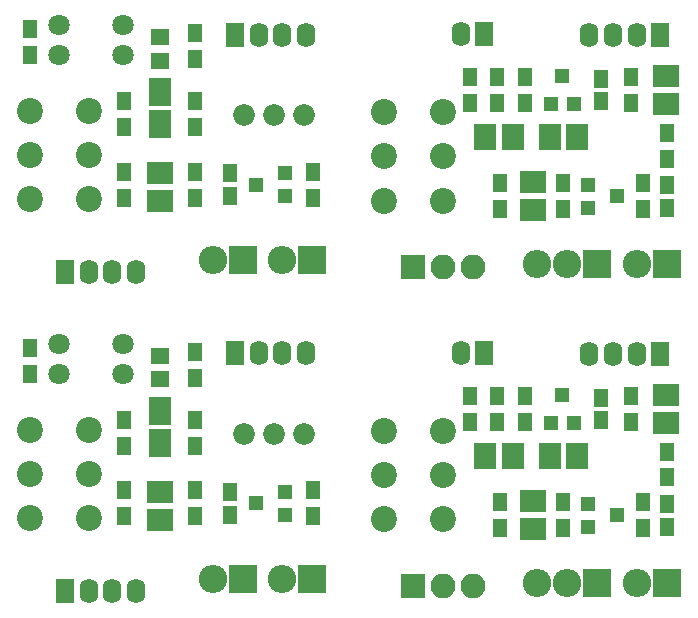
<source format=gts>
%MOIN*%
%OFA0B0*%
%FSLAX46Y46*%
%IPPOS*%
%LPD*%
%ADD10C,0.0039370078740157488*%
%ADD11R,0.051181102362204731X0.062992125984251982*%
%ADD12C,0.086614173228346469*%
%ADD13R,0.062992125984251982X0.082677165354330714*%
%ADD14O,0.062992125984251982X0.082677165354330714*%
%ADD15O,0.094448031496063X0.094448031496063*%
%ADD16R,0.094448031496063X0.094448031496063*%
%ADD17C,0.070866141732283464*%
%ADD18C,0.072440944881889777*%
%ADD19R,0.0452755905511811X0.062992125984251982*%
%ADD20R,0.051181102362204731X0.047244094488188976*%
%ADD21R,0.064960629921259838X0.055118110236220472*%
%ADD22R,0.074848031496062992X0.092548031496063*%
%ADD23R,0.086648031496063X0.076748031496062991*%
%ADD34C,0.0039370078740157488*%
%ADD35R,0.0452755905511811X0.062992125984251982*%
%ADD36R,0.051181102362204731X0.047244094488188976*%
%ADD37R,0.076748031496062991X0.086648031496063*%
%ADD38C,0.086614173228346469*%
%ADD39O,0.094448031496063X0.094448031496063*%
%ADD40R,0.094448031496063X0.094448031496063*%
%ADD41R,0.062992125984251982X0.082677165354330714*%
%ADD42O,0.062992125984251982X0.082677165354330714*%
%ADD43R,0.047244094488188976X0.051181102362204731*%
%ADD44R,0.051181102362204731X0.062992125984251982*%
%ADD45R,0.086648031496063X0.076748031496062991*%
%ADD46R,0.082677165354330714X0.082677165354330714*%
%ADD47O,0.082677165354330714X0.082677165354330714*%
%ADD48C,0.0039370078740157488*%
%ADD49R,0.051181102362204731X0.062992125984251982*%
%ADD50C,0.086614173228346469*%
%ADD51R,0.062992125984251982X0.082677165354330714*%
%ADD52O,0.062992125984251982X0.082677165354330714*%
%ADD53O,0.094448031496063X0.094448031496063*%
%ADD54R,0.094448031496063X0.094448031496063*%
%ADD55C,0.070866141732283464*%
%ADD56C,0.072440944881889777*%
%ADD57R,0.0452755905511811X0.062992125984251982*%
%ADD58R,0.051181102362204731X0.047244094488188976*%
%ADD59R,0.064960629921259838X0.055118110236220472*%
%ADD60R,0.074848031496062992X0.092548031496063*%
%ADD61R,0.086648031496063X0.076748031496062991*%
%ADD62C,0.0039370078740157488*%
%ADD63R,0.0452755905511811X0.062992125984251982*%
%ADD64R,0.051181102362204731X0.047244094488188976*%
%ADD65R,0.076748031496062991X0.086648031496063*%
%ADD66C,0.086614173228346469*%
%ADD67O,0.094448031496063X0.094448031496063*%
%ADD68R,0.094448031496063X0.094448031496063*%
%ADD69R,0.062992125984251982X0.082677165354330714*%
%ADD70O,0.062992125984251982X0.082677165354330714*%
%ADD71R,0.047244094488188976X0.051181102362204731*%
%ADD72R,0.051181102362204731X0.062992125984251982*%
%ADD73R,0.086648031496063X0.076748031496062991*%
%ADD74R,0.082677165354330714X0.082677165354330714*%
%ADD75O,0.082677165354330714X0.082677165354330714*%
G01G01*
D10*
D11*
X-0005393700Y0004291338D02*
X0000393700Y0000586614D03*
X0000393700Y0000673228D03*
D12*
X0000078740Y0000639763D03*
X0000078740Y0000492125D03*
X0000078740Y0000344488D03*
X0000275590Y0000639763D03*
X0000275590Y0000492125D03*
X0000275590Y0000344488D03*
D13*
X0000196850Y0000102362D03*
D14*
X0000275590Y0000102362D03*
X0000354330Y0000102362D03*
X0000433070Y0000102362D03*
D13*
X0000763970Y0000893882D03*
D14*
X0000842710Y0000893882D03*
X0000921450Y0000893882D03*
X0001000190Y0000893882D03*
D15*
X0000921259Y0000141732D03*
D16*
X0001021259Y0000141732D03*
D15*
X0000691338Y0000141732D03*
D16*
X0000791338Y0000141732D03*
D17*
X0000177165Y0000925196D03*
X0000177165Y0000826771D03*
X0000389763Y0000925196D03*
X0000389763Y0000826771D03*
D18*
X0000992125Y0000625984D03*
X0000892125Y0000625984D03*
X0000792125Y0000625984D03*
D11*
X0000393700Y0000350393D03*
X0000393700Y0000437007D03*
D19*
X0000748031Y0000431102D03*
X0000748031Y0000356299D03*
D20*
X0000929133Y0000356299D03*
X0000929133Y0000431102D03*
X0000834645Y0000393700D03*
D11*
X0000629921Y0000437007D03*
X0000629921Y0000350393D03*
X0001023622Y0000437007D03*
X0001023622Y0000350393D03*
X0000629921Y0000673228D03*
X0000629921Y0000586614D03*
X0000629921Y0000811023D03*
X0000629921Y0000897637D03*
X0000078740Y0000826771D03*
X0000078740Y0000913385D03*
D21*
X0000511811Y0000885826D03*
X0000511811Y0000807086D03*
D22*
X0000511965Y0000594747D03*
X0000511965Y0000702947D03*
D23*
X0000511965Y0000432312D03*
X0000511965Y0000339712D03*
G04 next file*
G04 #@! TF.FileFunction,Soldermask,Top*
G04 Gerber Fmt 4.6, Leading zero omitted, Abs format (unit mm)*
G04 Created by KiCad (PCBNEW 4.0.4-1.fc24-product) date Mon Apr 30 14:16:04 2018*
G01G01*
G04 APERTURE LIST*
G04 APERTURE END LIST*
D34*
D35*
X-0004173228Y0004488188D02*
X0001984251Y0000671259D03*
X0001984251Y0000746062D03*
D36*
X0001940944Y0000391732D03*
X0001940944Y0000316929D03*
X0002035433Y0000354330D03*
D37*
X0001811967Y0000551181D03*
X0001904567Y0000551181D03*
D38*
X0001259842Y0000635826D03*
X0001259842Y0000488188D03*
X0001259842Y0000340551D03*
X0001456692Y0000635826D03*
X0001456692Y0000488188D03*
X0001456692Y0000340551D03*
D39*
X0001768503Y0000127952D03*
D40*
X0001968503Y0000127952D03*
D39*
X0001868503Y0000127952D03*
D41*
X0001594488Y0000895669D03*
D42*
X0001515748Y0000895669D03*
D41*
X0002180813Y0000893006D03*
D42*
X0002102073Y0000893006D03*
X0002023333Y0000893006D03*
X0001944593Y0000893006D03*
D43*
X0001816929Y0000661417D03*
X0001891732Y0000661417D03*
X0001854330Y0000755905D03*
D44*
X0001728346Y0000751968D03*
X0001728346Y0000665354D03*
D45*
X0002200787Y0000662361D03*
X0002200787Y0000754961D03*
D35*
X0002204724Y0000391732D03*
X0002204724Y0000316929D03*
D45*
X0001755905Y0000308030D03*
X0001755905Y0000400630D03*
D39*
X0002104724Y0000127952D03*
D40*
X0002204724Y0000127952D03*
D44*
X0002082677Y0000665354D03*
X0002082677Y0000751968D03*
X0001637795Y0000751968D03*
X0001637795Y0000665354D03*
X0002122047Y0000397637D03*
X0002122047Y0000311023D03*
X0001858267Y0000311023D03*
X0001858267Y0000397637D03*
X0001645669Y0000311023D03*
X0001645669Y0000397637D03*
X0001547244Y0000751968D03*
X0001547244Y0000665354D03*
X0002204724Y0000566929D03*
X0002204724Y0000480314D03*
D46*
X0001356692Y0000120078D03*
D47*
X0001456692Y0000120078D03*
X0001556692Y0000120078D03*
D37*
X0001597819Y0000551210D03*
X0001690419Y0000551210D03*
G04 next file*
G04 #@! TF.FileFunction,Soldermask,Top*
G04 Gerber Fmt 4.6, Leading zero omitted, Abs format (unit mm)*
G04 Created by KiCad (PCBNEW 4.0.4-1.fc24-product) date Mon Apr 30 14:12:17 2018*
G01G01*
G04 APERTURE LIST*
G04 APERTURE END LIST*
D48*
D49*
X-0005393700Y0005354330D02*
X0000393700Y0001649606D03*
X0000393700Y0001736220D03*
D50*
X0000078740Y0001702755D03*
X0000078740Y0001555118D03*
X0000078740Y0001407480D03*
X0000275590Y0001702755D03*
X0000275590Y0001555118D03*
X0000275590Y0001407480D03*
D51*
X0000196850Y0001165354D03*
D52*
X0000275590Y0001165354D03*
X0000354330Y0001165354D03*
X0000433070Y0001165354D03*
D51*
X0000763970Y0001956874D03*
D52*
X0000842710Y0001956874D03*
X0000921450Y0001956874D03*
X0001000190Y0001956874D03*
D53*
X0000921259Y0001204724D03*
D54*
X0001021259Y0001204724D03*
D53*
X0000691338Y0001204724D03*
D54*
X0000791338Y0001204724D03*
D55*
X0000177165Y0001988188D03*
X0000177165Y0001889763D03*
X0000389763Y0001988188D03*
X0000389763Y0001889763D03*
D56*
X0000992125Y0001688976D03*
X0000892125Y0001688976D03*
X0000792125Y0001688976D03*
D49*
X0000393700Y0001413385D03*
X0000393700Y0001499999D03*
D57*
X0000748031Y0001494094D03*
X0000748031Y0001419291D03*
D58*
X0000929133Y0001419291D03*
X0000929133Y0001494094D03*
X0000834645Y0001456692D03*
D49*
X0000629921Y0001499999D03*
X0000629921Y0001413385D03*
X0001023622Y0001499999D03*
X0001023622Y0001413385D03*
X0000629921Y0001736220D03*
X0000629921Y0001649606D03*
X0000629921Y0001874015D03*
X0000629921Y0001960629D03*
X0000078740Y0001889763D03*
X0000078740Y0001976377D03*
D59*
X0000511811Y0001948818D03*
X0000511811Y0001870078D03*
D60*
X0000511965Y0001657740D03*
X0000511965Y0001765940D03*
D61*
X0000511965Y0001495304D03*
X0000511965Y0001402704D03*
G04 next file*
G04 #@! TF.FileFunction,Soldermask,Top*
G04 Gerber Fmt 4.6, Leading zero omitted, Abs format (unit mm)*
G04 Created by KiCad (PCBNEW 4.0.4-1.fc24-product) date Mon Apr 30 14:16:04 2018*
G01G01*
G04 APERTURE LIST*
G04 APERTURE END LIST*
D62*
D63*
X-0004173228Y0005551181D02*
X0001984251Y0001734251D03*
X0001984251Y0001809055D03*
D64*
X0001940944Y0001454724D03*
X0001940944Y0001379921D03*
X0002035433Y0001417322D03*
D65*
X0001811967Y0001614173D03*
X0001904567Y0001614173D03*
D66*
X0001259842Y0001698818D03*
X0001259842Y0001551181D03*
X0001259842Y0001403543D03*
X0001456692Y0001698818D03*
X0001456692Y0001551181D03*
X0001456692Y0001403543D03*
D67*
X0001768503Y0001190944D03*
D68*
X0001968503Y0001190944D03*
D67*
X0001868503Y0001190944D03*
D69*
X0001594488Y0001958661D03*
D70*
X0001515748Y0001958661D03*
D69*
X0002180813Y0001955998D03*
D70*
X0002102073Y0001955998D03*
X0002023333Y0001955998D03*
X0001944593Y0001955998D03*
D71*
X0001816929Y0001724409D03*
X0001891732Y0001724409D03*
X0001854330Y0001818897D03*
D72*
X0001728346Y0001814960D03*
X0001728346Y0001728346D03*
D73*
X0002200787Y0001725353D03*
X0002200787Y0001817953D03*
D63*
X0002204724Y0001454724D03*
X0002204724Y0001379921D03*
D73*
X0001755905Y0001371022D03*
X0001755905Y0001463622D03*
D67*
X0002104724Y0001190944D03*
D68*
X0002204724Y0001190944D03*
D72*
X0002082677Y0001728346D03*
X0002082677Y0001814960D03*
X0001637795Y0001814960D03*
X0001637795Y0001728346D03*
X0002122047Y0001460629D03*
X0002122047Y0001374015D03*
X0001858267Y0001374015D03*
X0001858267Y0001460629D03*
X0001645669Y0001374015D03*
X0001645669Y0001460629D03*
X0001547244Y0001814960D03*
X0001547244Y0001728346D03*
X0002204724Y0001629921D03*
X0002204724Y0001543307D03*
D74*
X0001356692Y0001183070D03*
D75*
X0001456692Y0001183070D03*
X0001556692Y0001183070D03*
D65*
X0001597819Y0001614202D03*
X0001690419Y0001614202D03*
M02*
</source>
